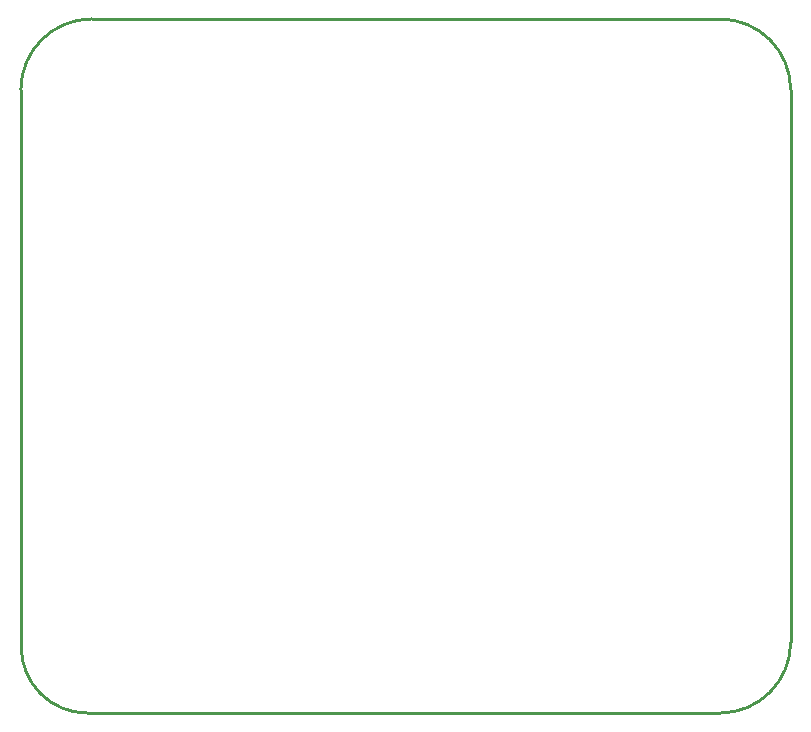
<source format=gbr>
%TF.GenerationSoftware,Altium Limited,Altium Designer,20.0.13 (296)*%
G04 Layer_Color=16711935*
%FSLAX25Y25*%
%MOIN*%
%TF.FileFunction,Other,Mechanical_1*%
%TF.Part,Single*%
G01*
G75*
%TA.AperFunction,NonConductor*%
%ADD52C,0.01000*%
D52*
X384619Y170818D02*
G03*
X406681Y148756I22062J0D01*
G01*
X408122Y380122D02*
G03*
X384500Y356500I0J-23622D01*
G01*
X617500Y148756D02*
G03*
X641122Y172378I0J23622D01*
G01*
Y356500D02*
G03*
X617500Y380122I-23622J0D01*
G01*
X408122Y380122D02*
X617500Y380122D01*
X384619Y356500D02*
X384619Y170818D01*
X406681Y148756D02*
X617500Y148756D01*
X641122Y172378D02*
Y356500D01*
%TF.MD5,3261181de45e96f273d1303ecd2bba52*%
M02*

</source>
